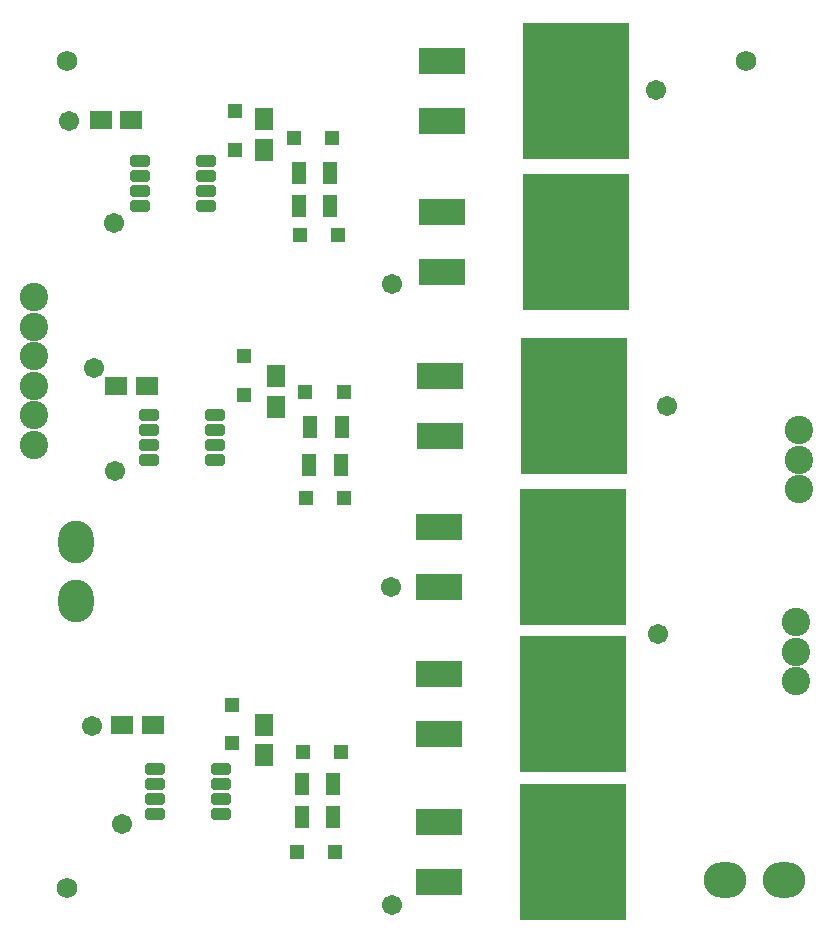
<source format=gts>
G04 Layer_Color=8388736*
%FSLAX44Y44*%
%MOMM*%
G71*
G01*
G75*
%ADD37R,1.9532X1.5532*%
%ADD38R,1.5532X1.9532*%
%ADD39R,1.1532X1.1532*%
G04:AMPARAMS|DCode=40|XSize=1.0052mm|YSize=1.7082mm|CornerRadius=0.3021mm|HoleSize=0mm|Usage=FLASHONLY|Rotation=90.000|XOffset=0mm|YOffset=0mm|HoleType=Round|Shape=RoundedRectangle|*
%AMROUNDEDRECTD40*
21,1,1.0052,1.1040,0,0,90.0*
21,1,0.4010,1.7082,0,0,90.0*
1,1,0.6042,0.5520,0.2005*
1,1,0.6042,0.5520,-0.2005*
1,1,0.6042,-0.5520,-0.2005*
1,1,0.6042,-0.5520,0.2005*
%
%ADD40ROUNDEDRECTD40*%
%ADD41R,1.1532X1.1532*%
%ADD42R,1.3032X1.9032*%
%ADD43R,9.0932X11.6332*%
%ADD44R,4.0132X2.2832*%
%ADD45O,3.6032X3.0032*%
%ADD46O,3.0032X3.6032*%
%ADD47C,2.4032*%
%ADD48C,1.7272*%
%ADD49C,1.7032*%
D37*
X143000Y475000D02*
D03*
X117000D02*
D03*
X148000Y187500D02*
D03*
X122000D02*
D03*
X130000Y700000D02*
D03*
X104000D02*
D03*
D38*
X242500Y162000D02*
D03*
Y188000D02*
D03*
Y674500D02*
D03*
Y700500D02*
D03*
X252500Y457000D02*
D03*
Y483000D02*
D03*
D39*
X307500Y165000D02*
D03*
X274840D02*
D03*
X300160Y685000D02*
D03*
X267500D02*
D03*
X305160Y602500D02*
D03*
X272500D02*
D03*
X310000Y470000D02*
D03*
X277340D02*
D03*
X310160Y380000D02*
D03*
X277500D02*
D03*
X302500Y80000D02*
D03*
X269840D02*
D03*
D40*
X200620Y450400D02*
D03*
Y437700D02*
D03*
Y412300D02*
D03*
Y425000D02*
D03*
X145000D02*
D03*
Y412300D02*
D03*
Y437700D02*
D03*
Y450400D02*
D03*
X205620Y150400D02*
D03*
Y137700D02*
D03*
Y112300D02*
D03*
Y125000D02*
D03*
X150000D02*
D03*
Y112300D02*
D03*
Y137700D02*
D03*
Y150400D02*
D03*
X193120Y665200D02*
D03*
Y652500D02*
D03*
Y627100D02*
D03*
Y639800D02*
D03*
X137500D02*
D03*
Y627100D02*
D03*
Y652500D02*
D03*
Y665200D02*
D03*
D41*
X217500Y707500D02*
D03*
Y674840D02*
D03*
X225000Y500000D02*
D03*
Y467340D02*
D03*
X215000Y205000D02*
D03*
Y172340D02*
D03*
D42*
X298500Y655000D02*
D03*
X271500D02*
D03*
X298500Y627500D02*
D03*
X271500D02*
D03*
X307500Y407500D02*
D03*
X280500D02*
D03*
X308500Y440000D02*
D03*
X281500D02*
D03*
X301000Y137500D02*
D03*
X274000D02*
D03*
X301000Y110000D02*
D03*
X274000D02*
D03*
D43*
X506700Y724600D02*
D03*
Y597100D02*
D03*
X505000Y457500D02*
D03*
X504200Y330400D02*
D03*
Y205400D02*
D03*
Y80400D02*
D03*
D44*
X392500Y750000D02*
D03*
Y699200D02*
D03*
Y622500D02*
D03*
Y571700D02*
D03*
X390800Y482900D02*
D03*
Y432100D02*
D03*
X390000Y355800D02*
D03*
Y305000D02*
D03*
Y230800D02*
D03*
Y180000D02*
D03*
Y105800D02*
D03*
Y55000D02*
D03*
D45*
X632500Y56940D02*
D03*
X682500D02*
D03*
D46*
X83000Y343000D02*
D03*
Y293000D02*
D03*
D47*
X47500Y500000D02*
D03*
Y525000D02*
D03*
Y550000D02*
D03*
Y475000D02*
D03*
Y450000D02*
D03*
Y425000D02*
D03*
X695000Y437500D02*
D03*
Y412500D02*
D03*
Y387500D02*
D03*
X692500Y225000D02*
D03*
Y250000D02*
D03*
Y275000D02*
D03*
D48*
X75000Y750000D02*
D03*
X650000D02*
D03*
X75000Y50000D02*
D03*
D49*
X98000Y490000D02*
D03*
X122000Y104000D02*
D03*
X97000Y187000D02*
D03*
X115000Y613000D02*
D03*
X77000Y699000D02*
D03*
X116000Y403000D02*
D03*
X350000Y305000D02*
D03*
X351000Y561000D02*
D03*
Y35000D02*
D03*
X576000Y265000D02*
D03*
X583500Y457500D02*
D03*
X574000Y725000D02*
D03*
M02*

</source>
